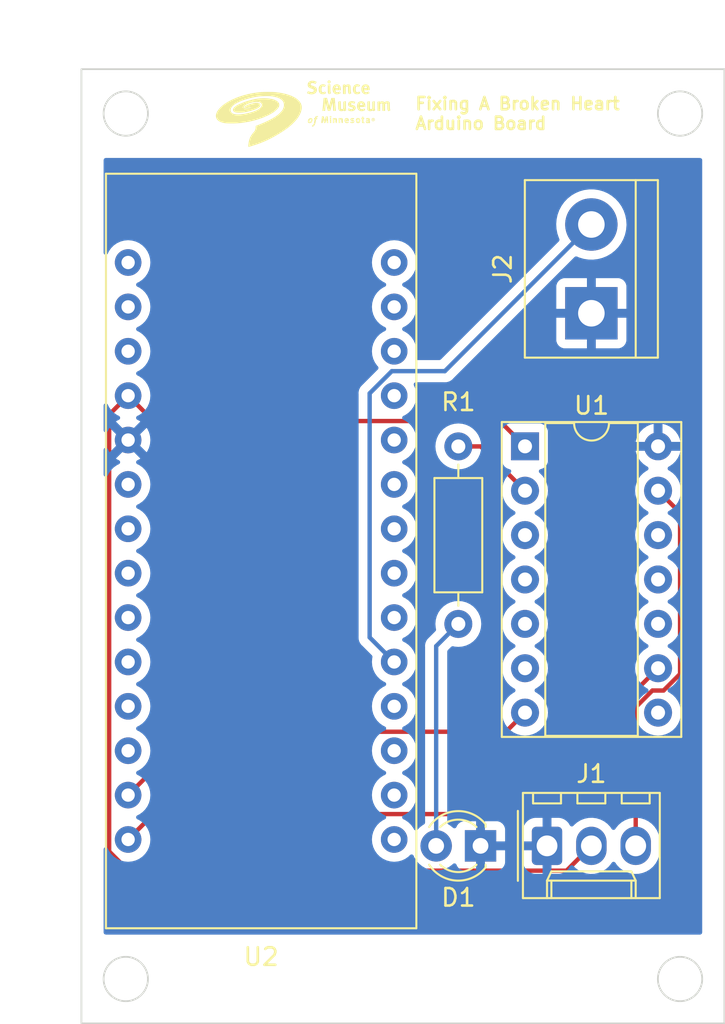
<source format=kicad_pcb>
(kicad_pcb (version 20211014) (generator pcbnew)
  (layers (0 "F.Cu" signal) (31 "B.Cu" signal) (34 "B.Paste" user) (35 "F.Paste" user) (36 "B.SilkS" user "B.Silkscreen") (37 "F.SilkS" user "F.Silkscreen") (38 "B.Mask" user) (39 "F.Mask" user) (44 "Edge.Cuts" user))
  (net 0 "")
  (net 1 "/RFID Reader/GND")
  (net 2 "Net-(D1-Pad2)")
  (net 3 "/RFID Reader/+5V")
  (net 4 "Net-(J1-Pad3)")
  (net 5 "Net-(J2-Pad2)")
  (net 6 "Net-(R1-Pad1)")
  (net 10 "/RFID Reader/A4")
  (net 11 "/RFID Reader/SDA")
  (net 12 "/RFID Reader/A3")
  (net 13 "/RFID Reader/SCK")
  (net 14 "/RFID Reader/A2")
  (net 15 "/RFID Reader/A1")
  (net 16 "/RFID Reader/A0")
  (footprint "SMM:Resistor_L6.3mm_D2.5mm_P10.16mm_Horizontal" (layer "F.Cu") (at 132.08 86.36 -90)
    (fp_text reference "R1" (at -2.54 0 180) (layer "F.SilkS"))
    (fp_text value "~")
    (pad "1" thru_hole circle (at 0 0 270) (size 1.6 1.6) (drill 0.8) (layers *.Cu *.Mask) (net 6 "Net-(R1-Pad1)"))
    (pad "2" thru_hole oval (at 10.16 0 270) (size 1.6 1.6) (drill 0.8) (layers *.Cu *.Mask) (net 2 "Net-(D1-Pad2)"))
  )
  (footprint "SMM:KK-1x03" (layer "F.Cu") (at 137.16 109.22)
    (fp_text reference "J1" (at 2.54 -4.12) (layer "F.SilkS"))
    (fp_text value "~")
    (pad "1" thru_hole roundrect (at 0 0) (size 1.74 2.19) (drill 1.19) (layers *.Cu *.Mask) (roundrect_rratio 0.1436781609) (net 1 "/RFID Reader/GND"))
    (pad "2" thru_hole oval (at 2.54 0) (size 1.74 2.19) (drill 1.19) (layers *.Cu *.Mask) (net 3 "/RFID Reader/+5V"))
    (pad "3" thru_hole oval (at 5.08 0) (size 1.74 2.19) (drill 1.19) (layers *.Cu *.Mask) (net 4 "Net-(J1-Pad3)"))
  )
  (footprint "SMM:Metro-Mini" (layer "F.Cu") (at 113.165 75.835)
    (fp_text reference "U2" (at 7.62 39.735) (layer "F.SilkS"))
    (fp_text value "Adafruit_Metro_Mini")
    (pad "1" thru_hole circle locked (at 0 0) (size 1.524 1.524) (drill 0.762) (layers *.Cu *.Mask))
    (pad "2" thru_hole circle locked (at 0 2.54) (size 1.524 1.524) (drill 0.762) (layers *.Cu *.Mask))
    (pad "3" thru_hole circle locked (at 0 5.08) (size 1.524 1.524) (drill 0.762) (layers *.Cu *.Mask))
    (pad "4" thru_hole circle locked (at 0 7.62) (size 1.524 1.524) (drill 0.762) (layers *.Cu *.Mask) (net 3 "/RFID Reader/+5V"))
    (pad "5" thru_hole circle locked (at 0 10.16) (size 1.524 1.524) (drill 0.762) (layers *.Cu *.Mask) (net 1 "/RFID Reader/GND"))
    (pad "6" thru_hole circle locked (at 0 12.7) (size 1.524 1.524) (drill 0.762) (layers *.Cu *.Mask))
    (pad "7" thru_hole circle locked (at 0 15.24) (size 1.524 1.524) (drill 0.762) (layers *.Cu *.Mask))
    (pad "8" thru_hole circle locked (at 0 17.78) (size 1.524 1.524) (drill 0.762) (layers *.Cu *.Mask))
    (pad "9" thru_hole circle locked (at 0 20.32) (size 1.524 1.524) (drill 0.762) (layers *.Cu *.Mask))
    (pad "10" thru_hole circle locked (at 0 22.86) (size 1.524 1.524) (drill 0.762) (layers *.Cu *.Mask))
    (pad "11" thru_hole circle locked (at 0 25.4) (size 1.524 1.524) (drill 0.762) (layers *.Cu *.Mask))
    (pad "12" thru_hole circle locked (at 0 27.94) (size 1.524 1.524) (drill 0.762) (layers *.Cu *.Mask))
    (pad "13" thru_hole circle locked (at 0 30.48) (size 1.524 1.524) (drill 0.762) (layers *.Cu *.Mask) (net 11 "/RFID Reader/SDA"))
    (pad "14" thru_hole circle locked (at 0 33.02) (size 1.524 1.524) (drill 0.762) (layers *.Cu *.Mask) (net 13 "/RFID Reader/SCK"))
    (pad "15" thru_hole circle locked (at 15.24 33.02) (size 1.524 1.524) (drill 0.762) (layers *.Cu *.Mask))
    (pad "16" thru_hole circle locked (at 15.24 30.48) (size 1.524 1.524) (drill 0.762) (layers *.Cu *.Mask))
    (pad "17" thru_hole circle locked (at 15.24 27.94) (size 1.524 1.524) (drill 0.762) (layers *.Cu *.Mask))
    (pad "18" thru_hole circle locked (at 15.24 25.4) (size 1.524 1.524) (drill 0.762) (layers *.Cu *.Mask))
    (pad "19" thru_hole circle locked (at 15.24 22.86) (size 1.524 1.524) (drill 0.762) (layers *.Cu *.Mask) (net 5 "Net-(J2-Pad2)"))
    (pad "20" thru_hole circle locked (at 15.24 20.32) (size 1.524 1.524) (drill 0.762) (layers *.Cu *.Mask))
    (pad "21" thru_hole circle locked (at 15.24 17.78) (size 1.524 1.524) (drill 0.762) (layers *.Cu *.Mask))
    (pad "22" thru_hole circle locked (at 15.24 15.24) (size 1.524 1.524) (drill 0.762) (layers *.Cu *.Mask))
    (pad "23" thru_hole circle locked (at 15.24 12.7) (size 1.524 1.524) (drill 0.762) (layers *.Cu *.Mask))
    (pad "24" thru_hole circle locked (at 15.24 10.16) (size 1.524 1.524) (drill 0.762) (layers *.Cu *.Mask))
    (pad "25" thru_hole circle locked (at 15.24 7.62) (size 1.524 1.524) (drill 0.762) (layers *.Cu *.Mask))
    (pad "26" thru_hole circle locked (at 15.24 5.08) (size 1.524 1.524) (drill 0.762) (layers *.Cu *.Mask))
    (pad "27" thru_hole circle locked (at 15.24 2.54) (size 1.524 1.524) (drill 0.762) (layers *.Cu *.Mask))
    (pad "28" thru_hole circle locked (at 15.24 0) (size 1.524 1.524) (drill 0.762) (layers *.Cu *.Mask))
  )
  (footprint "Package_DIP:DIP-14_W7.62mm_Socket" (layer "F.Cu") (at 135.9 86.355)
    (fp_text reference "U1" (at 3.81 -2.33) (layer "F.SilkS"))
    (fp_text value "~")
    (pad "1" thru_hole rect (at 0 0) (size 1.6 1.6) (drill 0.8) (layers *.Cu *.Mask) (net 3 "/RFID Reader/+5V"))
    (pad "2" thru_hole oval (at 0 2.54) (size 1.6 1.6) (drill 0.8) (layers *.Cu *.Mask) (net 6 "Net-(R1-Pad1)"))
    (pad "3" thru_hole oval (at 0 5.08) (size 1.6 1.6) (drill 0.8) (layers *.Cu *.Mask))
    (pad "4" thru_hole oval (at 0 7.62) (size 1.6 1.6) (drill 0.8) (layers *.Cu *.Mask))
    (pad "5" thru_hole oval (at 0 10.16) (size 1.6 1.6) (drill 0.8) (layers *.Cu *.Mask))
    (pad "6" thru_hole oval (at 0 12.7) (size 1.6 1.6) (drill 0.8) (layers *.Cu *.Mask) (net 10 "/RFID Reader/A4"))
    (pad "7" thru_hole oval (at 0 15.24) (size 1.6 1.6) (drill 0.8) (layers *.Cu *.Mask) (net 11 "/RFID Reader/SDA"))
    (pad "8" thru_hole oval (at 7.62 15.24) (size 1.6 1.6) (drill 0.8) (layers *.Cu *.Mask) (net 12 "/RFID Reader/A3"))
    (pad "9" thru_hole oval (at 7.62 12.7) (size 1.6 1.6) (drill 0.8) (layers *.Cu *.Mask) (net 13 "/RFID Reader/SCK"))
    (pad "10" thru_hole oval (at 7.62 10.16) (size 1.6 1.6) (drill 0.8) (layers *.Cu *.Mask) (net 14 "/RFID Reader/A2"))
    (pad "11" thru_hole oval (at 7.62 7.62) (size 1.6 1.6) (drill 0.8) (layers *.Cu *.Mask) (net 15 "/RFID Reader/A1"))
    (pad "12" thru_hole oval (at 7.62 5.08) (size 1.6 1.6) (drill 0.8) (layers *.Cu *.Mask) (net 16 "/RFID Reader/A0"))
    (pad "13" thru_hole oval (at 7.62 2.54) (size 1.6 1.6) (drill 0.8) (layers *.Cu *.Mask) (net 4 "Net-(J1-Pad3)"))
    (pad "14" thru_hole oval (at 7.62 0) (size 1.6 1.6) (drill 0.8) (layers *.Cu *.Mask) (net 1 "/RFID Reader/GND"))
  )
  (footprint "SMM:smm-logo-10mm" (layer "F.Cu") (at 123.19 67.31)
    (fp_text reference "G***")
    (fp_text value "LOGO" hide)
  )
  (footprint "SMM:LED_D3.0mm" (layer "F.Cu") (at 133.35 109.22 180)
    (fp_text reference "D1" (at 1.27 -2.96) (layer "F.SilkS"))
    (fp_text value "~")
    (pad "1" thru_hole rect (at 0 0 180) (size 1.8 1.8) (drill 0.9) (layers *.Cu *.Mask) (net 1 "/RFID Reader/GND"))
    (pad "2" thru_hole circle (at 2.54 0 180) (size 1.8 1.8) (drill 0.9) (layers *.Cu *.Mask) (net 2 "Net-(D1-Pad2)"))
  )
  (footprint "SMM:TerminalBlock-2_P5.08mm_small" (layer "F.Cu") (at 139.7 78.74 90)
    (fp_text reference "J2" (at 2.54 -5.08 90) (layer "F.SilkS"))
    (fp_text value "Screw_Terminal_01x02")
    (pad "1" thru_hole rect (at 0 0 90) (size 3 3) (drill 1.52) (layers *.Cu *.Mask) (net 1 "/RFID Reader/GND"))
    (pad "2" thru_hole circle (at 5.08 0 90) (size 3 3) (drill 1.52) (layers *.Cu *.Mask) (net 5 "Net-(J2-Pad2)"))
  )
  (gr_rect (start 110.49 64.77) (end 147.32 119.38) (layer "Edge.Cuts") (width 0.1) (fill none))
  (gr_circle (center 144.78 116.84) (end 146.05 116.84) (layer "Edge.Cuts") (width 0.1) (fill none))
  (gr_circle (center 144.78 67.31) (end 146.05 67.31) (layer "Edge.Cuts") (width 0.1) (fill none))
  (gr_circle (center 113.03 67.31) (end 114.3 67.31) (layer "Edge.Cuts") (width 0.1) (fill none))
  (gr_circle (center 113.03 116.84) (end 114.3 116.84) (layer "Edge.Cuts") (width 0.1) (fill none))
  (gr_text "Fixing A Broken Heart\nArduino Board" (at 129.54 67.31) (layer "F.SilkS") (effects (font (size 0.7 0.7)) (justify left)))
  (segment (start 130.81 109.22) (end 130.81 97.79) (width 0.25) (layer "B.Cu") (net 2))
  (segment (start 130.81 97.79) (end 132.08 96.52) (width 0.25) (layer "B.Cu") (net 2))
  (segment (start 135.9 86.355) (end 134.453489 84.908489) (width 0.25) (layer "F.Cu") (net 3))
  (segment (start 113.165 83.455) (end 112.078489 84.541511) (width 0.25) (layer "F.Cu") (net 3))
  (segment (start 112.078489 109.538489) (end 113.17952 110.63952) (width 0.25) (layer "F.Cu") (net 3))
  (segment (start 138.28048 110.63952) (end 139.7 109.22) (width 0.25) (layer "F.Cu") (net 3))
  (segment (start 112.078489 84.541511) (end 112.078489 109.538489) (width 0.25) (layer "F.Cu") (net 3))
  (segment (start 113.17952 110.63952) (end 138.28048 110.63952) (width 0.25) (layer "F.Cu") (net 3))
  (segment (start 134.453489 84.908489) (end 114.618489 84.908489) (width 0.25) (layer "F.Cu") (net 3))
  (segment (start 114.618489 84.908489) (end 113.165 83.455) (width 0.25) (layer "F.Cu") (net 3))
  (segment (start 142.24 101.2847) (end 143.1947 100.33) (width 0.25) (layer "F.Cu") (net 4))
  (segment (start 142.24 109.22) (end 142.24 101.2847) (width 0.25) (layer "F.Cu") (net 4))
  (segment (start 144.78 90.155) (end 143.52 88.895) (width 0.25) (layer "F.Cu") (net 4))
  (segment (start 144.78 99.3853) (end 144.78 90.155) (width 0.25) (layer "F.Cu") (net 4))
  (segment (start 143.8353 100.33) (end 144.78 99.3853) (width 0.25) (layer "F.Cu") (net 4))
  (segment (start 143.1947 100.33) (end 143.8353 100.33) (width 0.25) (layer "F.Cu") (net 4))
  (segment (start 127 83.32344) (end 127 97.29) (width 0.25) (layer "B.Cu") (net 5))
  (segment (start 128.27 82.05344) (end 127 83.32344) (width 0.25) (layer "B.Cu") (net 5))
  (segment (start 127 97.29) (end 128.405 98.695) (width 0.25) (layer "B.Cu") (net 5))
  (segment (start 139.7 73.66) (end 131.30656 82.05344) (width 0.25) (layer "B.Cu") (net 5))
  (segment (start 131.30656 82.05344) (end 128.27 82.05344) (width 0.25) (layer "B.Cu") (net 5))
  (segment (start 132.08 86.36) (end 133.365 86.36) (width 0.25) (layer "F.Cu") (net 6))
  (segment (start 133.365 86.36) (end 135.9 88.895) (width 0.25) (layer "F.Cu") (net 6))
  (segment (start 116.791511 102.688489) (end 134.806511 102.688489) (width 0.25) (layer "F.Cu") (net 11))
  (segment (start 113.165 106.315) (end 116.791511 102.688489) (width 0.25) (layer "F.Cu") (net 11))
  (segment (start 134.806511 102.688489) (end 135.9 101.595) (width 0.25) (layer "F.Cu") (net 11))
  (segment (start 113.165 108.855) (end 114.618489 107.401511) (width 0.25) (layer "F.Cu") (net 13))
  (segment (start 114.618489 107.401511) (end 135.173489 107.401511) (width 0.25) (layer "F.Cu") (net 13))
  (segment (start 135.173489 107.401511) (end 143.52 99.055) (width 0.25) (layer "F.Cu") (net 13))
  (zone (net 1) (net_name "/RFID Reader/GND") (layer "B.Cu") (connect_pads (clearance 0.508)) (min_thickness 0.254) (fill yes (thermal_gap 0.508) (thermal_bridge_width 0.508))
    (polygon (pts (xy 146.05 114.3) (xy 111.76 114.3) (xy 111.76 69.85) (xy 146.05 69.85)))
  )
)
</source>
